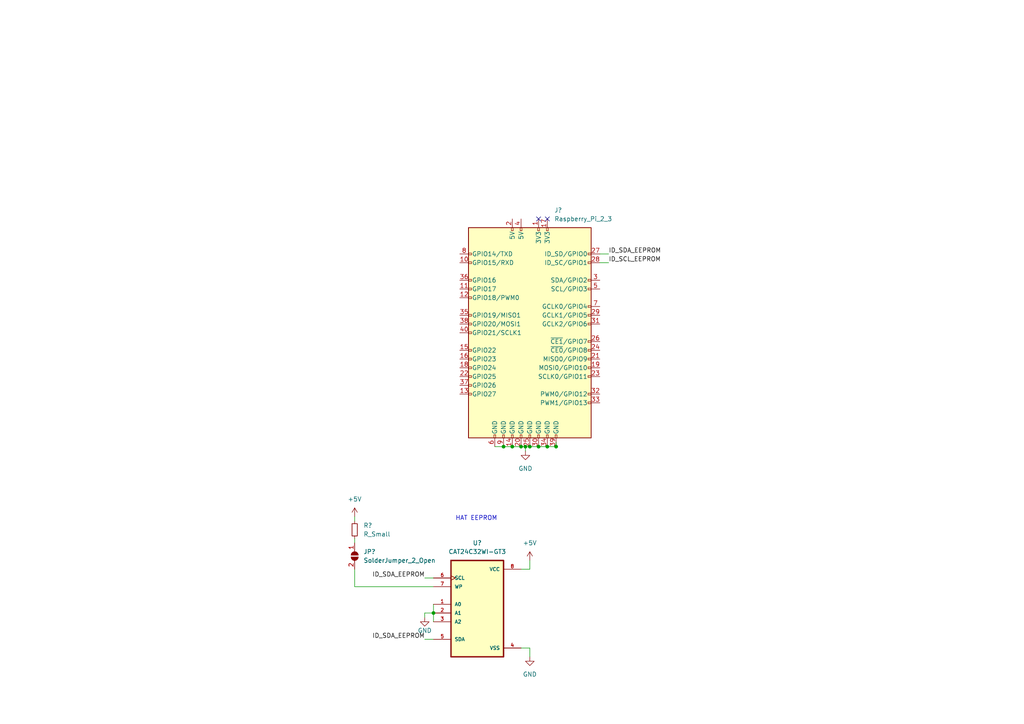
<source format=kicad_sch>
(kicad_sch (version 20211123) (generator eeschema)
  (paper "A4")
  (lib_symbols
    (symbol "Connector:Raspberry_Pi_2_3" (pin_names (offset 1.016))
      (property "Reference" "J" (at -17.78 31.75 0))
      (property "Value" "Raspberry_Pi_2_3" (at 10.16 -31.75 0))
      (symbol "Raspberry_Pi_2_3_0_1"
        (rectangle (start -17.78 30.48) (end 17.78 -30.48) (stroke (width 0.254)) (fill (type background)))
      )
      (symbol "Raspberry_Pi_2_3_1_1"
        (rectangle (start -16.891 -17.526) (end -17.78 -18.034))
        (rectangle (start -16.891 -14.986) (end -17.78 -15.494))
        (rectangle (start -16.891 -12.446) (end -17.78 -12.954))
        (rectangle (start -16.891 -9.906) (end -17.78 -10.414))
        (rectangle (start -16.891 -7.366) (end -17.78 -7.874))
        (rectangle (start -16.891 -4.826) (end -17.78 -5.334))
        (rectangle (start -16.891 0.254) (end -17.78 -0.254))
        (rectangle (start -16.891 2.794) (end -17.78 2.286))
        (rectangle (start -16.891 5.334) (end -17.78 4.826))
        (rectangle (start -16.891 10.414) (end -17.78 9.906))
        (rectangle (start -16.891 12.954) (end -17.78 12.446))
        (rectangle (start -16.891 15.494) (end -17.78 14.986))
        (rectangle (start -16.891 20.574) (end -17.78 20.066))
        (rectangle (start -16.891 23.114) (end -17.78 22.606))
        (rectangle (start -10.414 -29.591) (end -9.906 -30.48))
        (rectangle (start -7.874 -29.591) (end -7.366 -30.48))
        (rectangle (start -5.334 -29.591) (end -4.826 -30.48))
        (rectangle (start -5.334 30.48) (end -4.826 29.591))
        (rectangle (start -2.794 -29.591) (end -2.286 -30.48))
        (rectangle (start -2.794 30.48) (end -2.286 29.591))
        (rectangle (start -0.254 -29.591) (end 0.254 -30.48))
        (rectangle (start 2.286 -29.591) (end 2.794 -30.48))
        (rectangle (start 2.286 30.48) (end 2.794 29.591))
        (rectangle (start 4.826 -29.591) (end 5.334 -30.48))
        (rectangle (start 4.826 30.48) (end 5.334 29.591))
        (rectangle (start 7.366 -29.591) (end 7.874 -30.48))
        (rectangle (start 17.78 -20.066) (end 16.891 -20.574))
        (rectangle (start 17.78 -17.526) (end 16.891 -18.034))
        (rectangle (start 17.78 -12.446) (end 16.891 -12.954))
        (rectangle (start 17.78 -9.906) (end 16.891 -10.414))
        (rectangle (start 17.78 -7.366) (end 16.891 -7.874))
        (rectangle (start 17.78 -4.826) (end 16.891 -5.334))
        (rectangle (start 17.78 -2.286) (end 16.891 -2.794))
        (rectangle (start 17.78 2.794) (end 16.891 2.286))
        (rectangle (start 17.78 5.334) (end 16.891 4.826))
        (rectangle (start 17.78 7.874) (end 16.891 7.366))
        (rectangle (start 17.78 12.954) (end 16.891 12.446))
        (rectangle (start 17.78 15.494) (end 16.891 14.986))
        (rectangle (start 17.78 20.574) (end 16.891 20.066))
        (rectangle (start 17.78 23.114) (end 16.891 22.606))
        (pin power_in line (at 2.54 33.02 270) (length 2.54) (name "3V3") (number "1"))
        (pin bidirectional line (at -20.32 20.32 0) (length 2.54) (name "GPIO15/RXD") (number "10"))
        (pin bidirectional line (at -20.32 12.7 0) (length 2.54) (name "GPIO17") (number "11"))
        (pin bidirectional line (at -20.32 10.16 0) (length 2.54) (name "GPIO18/PWM0") (number "12"))
        (pin bidirectional line (at -20.32 -17.78 0) (length 2.54) (name "GPIO27") (number "13"))
        (pin power_in line (at -5.08 -33.02 90) (length 2.54) (name "GND") (number "14"))
        (pin bidirectional line (at -20.32 -5.08 0) (length 2.54) (name "GPIO22") (number "15"))
        (pin bidirectional line (at -20.32 -7.62 0) (length 2.54) (name "GPIO23") (number "16"))
        (pin power_in line (at 5.08 33.02 270) (length 2.54) (name "3V3") (number "17"))
        (pin bidirectional line (at -20.32 -10.16 0) (length 2.54) (name "GPIO24") (number "18"))
        (pin bidirectional line (at 20.32 -10.16 180) (length 2.54) (name "MOSI0/GPIO10") (number "19"))
        (pin power_in line (at -5.08 33.02 270) (length 2.54) (name "5V") (number "2"))
        (pin power_in line (at -2.54 -33.02 90) (length 2.54) (name "GND") (number "20"))
        (pin bidirectional line (at 20.32 -7.62 180) (length 2.54) (name "MISO0/GPIO9") (number "21"))
        (pin bidirectional line (at -20.32 -12.7 0) (length 2.54) (name "GPIO25") (number "22"))
        (pin bidirectional line (at 20.32 -12.7 180) (length 2.54) (name "SCLK0/GPIO11") (number "23"))
        (pin bidirectional line (at 20.32 -5.08 180) (length 2.54) (name "~{CE0}/GPIO8") (number "24"))
        (pin power_in line (at 0 -33.02 90) (length 2.54) (name "GND") (number "25"))
        (pin bidirectional line (at 20.32 -2.54 180) (length 2.54) (name "~{CE1}/GPIO7") (number "26"))
        (pin bidirectional line (at 20.32 22.86 180) (length 2.54) (name "ID_SD/GPIO0") (number "27"))
        (pin bidirectional line (at 20.32 20.32 180) (length 2.54) (name "ID_SC/GPIO1") (number "28"))
        (pin bidirectional line (at 20.32 5.08 180) (length 2.54) (name "GCLK1/GPIO5") (number "29"))
        (pin bidirectional line (at 20.32 15.24 180) (length 2.54) (name "SDA/GPIO2") (number "3"))
        (pin power_in line (at 2.54 -33.02 90) (length 2.54) (name "GND") (number "30"))
        (pin bidirectional line (at 20.32 2.54 180) (length 2.54) (name "GCLK2/GPIO6") (number "31"))
        (pin bidirectional line (at 20.32 -17.78 180) (length 2.54) (name "PWM0/GPIO12") (number "32"))
        (pin bidirectional line (at 20.32 -20.32 180) (length 2.54) (name "PWM1/GPIO13") (number "33"))
        (pin power_in line (at 5.08 -33.02 90) (length 2.54) (name "GND") (number "34"))
        (pin bidirectional line (at -20.32 5.08 0) (length 2.54) (name "GPIO19/MISO1") (number "35"))
        (pin bidirectional line (at -20.32 15.24 0) (length 2.54) (name "GPIO16") (number "36"))
        (pin bidirectional line (at -20.32 -15.24 0) (length 2.54) (name "GPIO26") (number "37"))
        (pin bidirectional line (at -20.32 2.54 0) (length 2.54) (name "GPIO20/MOSI1") (number "38"))
        (pin power_in line (at 7.62 -33.02 90) (length 2.54) (name "GND") (number "39"))
        (pin power_in line (at -2.54 33.02 270) (length 2.54) (name "5V") (number "4"))
        (pin bidirectional line (at -20.32 0 0) (length 2.54) (name "GPIO21/SCLK1") (number "40"))
        (pin bidirectional line (at 20.32 12.7 180) (length 2.54) (name "SCL/GPIO3") (number "5"))
        (pin power_in line (at -10.16 -33.02 90) (length 2.54) (name "GND") (number "6"))
        (pin bidirectional line (at 20.32 7.62 180) (length 2.54) (name "GCLK0/GPIO4") (number "7"))
        (pin bidirectional line (at -20.32 22.86 0) (length 2.54) (name "GPIO14/TXD") (number "8"))
        (pin power_in line (at -7.62 -33.02 90) (length 2.54) (name "GND") (number "9"))
      )
    )
    (symbol "Device:R_Small" (pin_numbers hide) (pin_names (offset 0.254) hide)
      (property "Reference" "R" (at 0.762 0.508 0))
      (property "Value" "R_Small" (at 0.762 -1.016 0))
      (symbol "R_Small_0_1"
        (rectangle (start -0.762 1.778) (end 0.762 -1.778) (stroke (width 0.2032)))
      )
      (symbol "R_Small_1_1"
        (pin passive line (at 0 2.54 270) (length 0.762) (name "~") (number "1"))
        (pin passive line (at 0 -2.54 90) (length 0.762) (name "~") (number "2"))
      )
    )
    (symbol "Jumper:SolderJumper_2_Open" (pin_names (offset 0) hide)
      (property "Reference" "JP" (at 0 2.032 0))
      (property "Value" "SolderJumper_2_Open" (at 0 -2.54 0))
      (symbol "SolderJumper_2_Open_0_1"
        (arc (start -0.254 1.016) (mid -1.27 0) (end -0.254 -1.016))
        (arc (start -0.254 1.016) (mid -1.27 0) (end -0.254 -1.016) (fill (type outline)))
        (polyline (pts (xy -0.254 1.016) (xy -0.254 -1.016)))
        (polyline (pts (xy 0.254 1.016) (xy 0.254 -1.016)))
        (arc (start 0.254 -1.016) (mid 1.27 0) (end 0.254 1.016))
        (arc (start 0.254 -1.016) (mid 1.27 0) (end 0.254 1.016) (fill (type outline)))
      )
      (symbol "SolderJumper_2_Open_1_1"
        (pin passive line (at -3.81 0 0) (length 2.54) (name "A") (number "1"))
        (pin passive line (at 3.81 0 180) (length 2.54) (name "B") (number "2"))
      )
    )
    (symbol "iclr:CAT24C32WI-GT3" (pin_names (offset 1.016))
      (property "Reference" "U" (at -7.62 12.7 0))
      (property "Value" "CAT24C32WI-GT3" (at -7.5946 -17.7546 0))
      (symbol "CAT24C32WI-GT3_0_0"
        (rectangle (start -7.62 -15.24) (end 7.62 12.7) (stroke (width 0.4064)) (fill (type background)))
        (pin input line (at -12.7 0 0) (length 5.08) (name "A0") (number "1"))
        (pin input line (at -12.7 -2.54 0) (length 5.08) (name "A1") (number "2"))
        (pin input line (at -12.7 -5.08 0) (length 5.08) (name "A2") (number "3"))
        (pin passive line (at 12.7 -12.7 180) (length 5.08) (name "VSS") (number "4"))
        (pin bidirectional line (at -12.7 -10.16 0) (length 5.08) (name "SDA") (number "5"))
        (pin input clock (at -12.7 7.62 0) (length 5.08) (name "SCL") (number "6"))
        (pin input line (at -12.7 5.08 0) (length 5.08) (name "WP") (number "7"))
        (pin power_in line (at 12.7 10.16 180) (length 5.08) (name "VCC") (number "8"))
      )
    )
    (symbol "power:+5V" (power) (pin_names (offset 0))
      (property "Value" "+5V" (at 0 3.556 0))
      (symbol "+5V_0_1"
        (polyline (pts (xy -0.762 1.27) (xy 0 2.54)))
        (polyline (pts (xy 0 0) (xy 0 2.54)))
        (polyline (pts (xy 0 2.54) (xy 0.762 1.27)))
      )
      (symbol "+5V_1_1"
        (pin power_in line (at 0 0 90) (length 0) hide (name "+5V") (number "1"))
      )
    )
    (symbol "power:GND" (power) (pin_names (offset 0))
      (property "Value" "GND" (at 0 -3.81 0))
      (symbol "GND_0_1"
        (polyline (pts (xy 0 0) (xy 0 -1.27) (xy 1.27 -1.27) (xy 0 -2.54) (xy -1.27 -1.27) (xy 0 -1.27)))
      )
      (symbol "GND_1_1"
        (pin power_in line (at 0 0 270) (length 0) hide (name "GND") (number "1"))
      )
    )
  )
  (junction (at 148.59 129.54))
  (junction (at 125.73 177.8))
  (junction (at 161.29 129.54))
  (junction (at 151.13 129.54))
  (junction (at 156.21 129.54))
  (junction (at 152.4 129.54))
  (junction (at 146.05 129.54))
  (junction (at 158.75 129.54))
  (junction (at 153.67 129.54))
  (no_connect (at 156.21 63.5))
  (no_connect (at 158.75 63.5))
  (wire (pts (xy 125.73 177.8) (xy 125.73 180.34)))
  (wire (pts (xy 151.13 165.1) (xy 153.67 165.1)))
  (wire (pts (xy 102.87 156.21) (xy 102.87 157.48)))
  (wire (pts (xy 125.73 175.26) (xy 125.73 177.8)))
  (wire (pts (xy 123.19 167.64) (xy 125.73 167.64)))
  (wire (pts (xy 125.73 177.8) (xy 123.19 177.8)))
  (wire (pts (xy 152.4 129.54) (xy 153.67 129.54)))
  (wire (pts (xy 153.67 162.56) (xy 153.67 165.1)))
  (wire (pts (xy 156.21 129.54) (xy 158.75 129.54)))
  (wire (pts (xy 173.99 76.2) (xy 176.53 76.2)))
  (wire (pts (xy 102.87 170.18) (xy 125.73 170.18)))
  (wire (pts (xy 158.75 129.54) (xy 161.29 129.54)))
  (wire (pts (xy 151.13 187.96) (xy 153.67 187.96)))
  (wire (pts (xy 123.19 177.8) (xy 123.19 179.07)))
  (wire (pts (xy 161.29 128.27) (xy 161.29 129.54)))
  (wire (pts (xy 153.67 129.54) (xy 156.21 129.54)))
  (wire (pts (xy 143.51 129.54) (xy 146.05 129.54)))
  (wire (pts (xy 148.59 129.54) (xy 151.13 129.54)))
  (wire (pts (xy 123.19 185.42) (xy 125.73 185.42)))
  (wire (pts (xy 102.87 165.1) (xy 102.87 170.18)))
  (wire (pts (xy 151.13 129.54) (xy 152.4 129.54)))
  (wire (pts (xy 146.05 129.54) (xy 148.59 129.54)))
  (wire (pts (xy 102.87 149.86) (xy 102.87 151.13)))
  (wire (pts (xy 152.4 129.54) (xy 152.4 130.81)))
  (wire (pts (xy 173.99 73.66) (xy 176.53 73.66)))
  (wire (pts (xy 153.67 187.96) (xy 153.67 190.5)))
  (text "HAT EEPROM\n" (at 132.08 151.13 0) (effects (font (size 1.27 1.27)) (justify left bottom)))
  (label "ID_SCL_EEPROM" (at 176.53 76.2 0))
  (label "ID_SDA_EEPROM" (at 176.53 73.66 0))
  (label "ID_SDA_EEPROM" (at 123.19 167.64 180))
  (label "ID_SDA_EEPROM" (at 123.19 185.42 180))
  (symbol (lib_id "power:GND") (at 152.4 130.81 0) (unit 1)
    (property "Reference" "#PWR?" (effects hide))
    (property "Value" "GND" (at 152.4 135.89 0))
  )
  (symbol (lib_id "iclr:CAT24C32WI-GT3") (at 138.43 175.26 0) (unit 1)
    (property "Reference" "U?" (at 138.43 157.48 0))
    (property "Value" "CAT24C32WI-GT3" (at 138.43 160.02 0))
    (property "Footprint" "SOIC127P600X175-8N" (effects hide))
    (property "MANUFACTURER" "ON Semiconductor" (effects hide))
  )
  (symbol (lib_id "power:+5V") (at 102.87 149.86 0) (unit 1)
    (property "Reference" "#PWR?" (effects hide))
    (property "Value" "+5V" (at 102.87 144.78 0))
  )
  (symbol (lib_id "Connector:Raspberry_Pi_2_3") (at 153.67 96.52 0) (unit 1)
    (property "Reference" "J?" (at 160.7694 60.96 0) (effects (justify left)))
    (property "Value" "Raspberry_Pi_2_3" (at 160.7694 63.5 0) (effects (justify left)))
    (property "Footprint" "Connector_PinSocket_2.54mm:PinSocket_2x20_P2.54mm_Vertical" (effects hide))
    (property "Datasheet" "https://www.raspberrypi.org/documentation/hardware/raspberrypi/schematics/rpi_SCH_3bplus_1p0_reduced.pdf" (effects hide))
  )
  (symbol (lib_id "Jumper:SolderJumper_2_Open") (at 102.87 161.29 270) (unit 1)
    (property "Reference" "JP?" (at 105.41 160.0199 90) (effects (justify left)))
    (property "Value" "SolderJumper_2_Open" (at 105.41 162.5599 90) (effects (justify left)))
  )
  (symbol (lib_id "power:+5V") (at 153.67 162.56 0) (unit 1)
    (property "Reference" "#PWR?" (effects hide))
    (property "Value" "+5V" (at 153.67 157.48 0))
  )
  (symbol (lib_id "power:GND") (at 153.67 190.5 0) (unit 1)
    (property "Reference" "#PWR?" (effects hide))
    (property "Value" "GND" (at 153.67 195.58 0))
  )
  (symbol (lib_id "power:GND") (at 123.19 179.07 0) (unit 1)
    (property "Reference" "#PWR?" (effects hide))
    (property "Value" "GND" (at 123.19 182.88 0))
  )
  (symbol (lib_id "Device:R_Small") (at 102.87 153.67 0) (unit 1)
    (property "Reference" "R?" (at 105.41 152.3999 0) (effects (justify left)))
    (property "Value" "R_Small" (at 105.41 154.9399 0) (effects (justify left)))
  )
)
</source>
